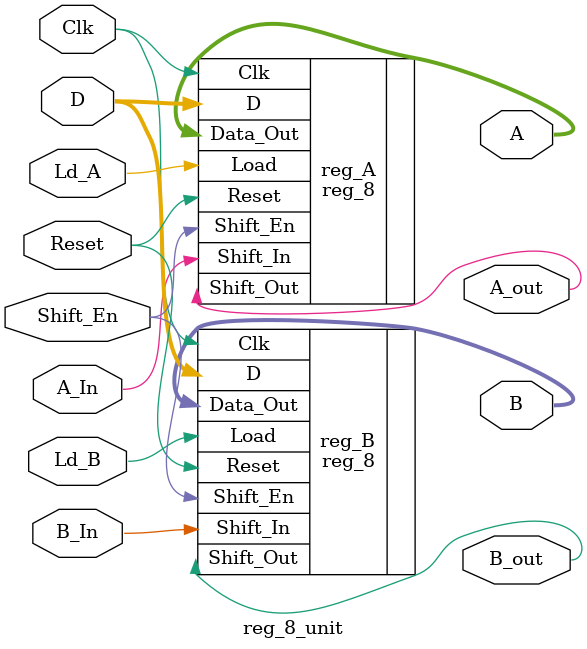
<source format=sv>
`timescale 1ns / 1ps


module reg_8_unit(
	input  logic        Clk, 
	input  logic        Reset,
	input  logic        A_In,
	input  logic        B_In,
	input  logic        Ld_A,
	input  logic        Ld_B, 
	input  logic        Shift_En,
	input  logic [7:0]  D, 

	output logic        A_out, 
	output logic        B_out, 
	output logic [7:0]  A,
	output logic [7:0]  B
    );
    
	reg_8 reg_A (
		.Clk            (Clk), 
		.Reset          (Reset),

		.Shift_In       (A_In), 
		.Load           (Ld_A), 
		.Shift_En       (Shift_En),
		.D              (D),

		.Shift_Out      (A_out),
		.Data_Out       (A)
	);

	reg_8 reg_B (
		.Clk            (Clk), 
		.Reset          (Reset),

		.Shift_In       (B_In), 
		.Load           (Ld_B), 
		.Shift_En       (Shift_En),
		.D              (D),

		.Shift_Out      (B_out),
		.Data_Out       (B)
	);


    
endmodule

</source>
